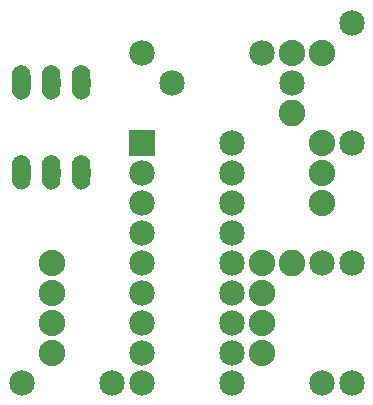
<source format=gbs>
G04 MADE WITH FRITZING*
G04 WWW.FRITZING.ORG*
G04 DOUBLE SIDED*
G04 HOLES PLATED*
G04 CONTOUR ON CENTER OF CONTOUR VECTOR*
%ASAXBY*%
%FSLAX23Y23*%
%MOIN*%
%OFA0B0*%
%SFA1.0B1.0*%
%ADD10C,0.085000*%
%ADD11C,0.088000*%
%ADD12C,0.062000*%
%ADD13C,0.088740*%
%ADD14R,0.085000X0.085000*%
%ADD15R,0.001000X0.001000*%
%LNMASK0*%
G90*
G70*
G54D10*
X518Y1117D03*
X818Y1117D03*
X518Y1017D03*
X818Y1017D03*
X518Y917D03*
X818Y917D03*
X518Y817D03*
X818Y817D03*
X518Y717D03*
X818Y717D03*
X518Y617D03*
X818Y617D03*
X518Y517D03*
X818Y517D03*
X518Y417D03*
X818Y417D03*
X1018Y1217D03*
X1018Y717D03*
X518Y317D03*
X818Y317D03*
G54D11*
X1118Y917D03*
X1118Y1017D03*
X1118Y1117D03*
X918Y417D03*
X918Y517D03*
X918Y617D03*
X918Y717D03*
X218Y417D03*
X218Y517D03*
X218Y617D03*
X218Y717D03*
G54D10*
X1218Y1117D03*
X1218Y1517D03*
X1218Y717D03*
X1218Y317D03*
X1118Y717D03*
X1118Y317D03*
G54D12*
X118Y1017D03*
X218Y1017D03*
X218Y1317D03*
X118Y1317D03*
X218Y1017D03*
X318Y1017D03*
X318Y1317D03*
X218Y1317D03*
G54D10*
X518Y1417D03*
X918Y1417D03*
X618Y1317D03*
X1018Y1317D03*
X118Y317D03*
X418Y317D03*
G54D11*
X1018Y1417D03*
X1118Y1417D03*
G54D13*
X1018Y1217D03*
X1018Y717D03*
G54D14*
X518Y1117D03*
G54D15*
X111Y1374D02*
X123Y1374D01*
X211Y1374D02*
X223Y1374D01*
X311Y1374D02*
X323Y1374D01*
X107Y1373D02*
X127Y1373D01*
X207Y1373D02*
X227Y1373D01*
X307Y1373D02*
X326Y1373D01*
X105Y1372D02*
X129Y1372D01*
X205Y1372D02*
X229Y1372D01*
X305Y1372D02*
X329Y1372D01*
X103Y1371D02*
X131Y1371D01*
X203Y1371D02*
X231Y1371D01*
X303Y1371D02*
X331Y1371D01*
X101Y1370D02*
X133Y1370D01*
X201Y1370D02*
X233Y1370D01*
X301Y1370D02*
X333Y1370D01*
X100Y1369D02*
X134Y1369D01*
X200Y1369D02*
X234Y1369D01*
X300Y1369D02*
X334Y1369D01*
X98Y1368D02*
X136Y1368D01*
X198Y1368D02*
X236Y1368D01*
X298Y1368D02*
X336Y1368D01*
X97Y1367D02*
X137Y1367D01*
X197Y1367D02*
X237Y1367D01*
X297Y1367D02*
X337Y1367D01*
X96Y1366D02*
X138Y1366D01*
X196Y1366D02*
X238Y1366D01*
X296Y1366D02*
X338Y1366D01*
X95Y1365D02*
X139Y1365D01*
X195Y1365D02*
X239Y1365D01*
X295Y1365D02*
X339Y1365D01*
X94Y1364D02*
X140Y1364D01*
X194Y1364D02*
X240Y1364D01*
X294Y1364D02*
X340Y1364D01*
X93Y1363D02*
X141Y1363D01*
X193Y1363D02*
X241Y1363D01*
X293Y1363D02*
X341Y1363D01*
X93Y1362D02*
X142Y1362D01*
X192Y1362D02*
X241Y1362D01*
X292Y1362D02*
X341Y1362D01*
X92Y1361D02*
X142Y1361D01*
X192Y1361D02*
X242Y1361D01*
X292Y1361D02*
X342Y1361D01*
X91Y1360D02*
X143Y1360D01*
X191Y1360D02*
X243Y1360D01*
X291Y1360D02*
X343Y1360D01*
X91Y1359D02*
X143Y1359D01*
X191Y1359D02*
X243Y1359D01*
X291Y1359D02*
X343Y1359D01*
X90Y1358D02*
X144Y1358D01*
X190Y1358D02*
X244Y1358D01*
X290Y1358D02*
X344Y1358D01*
X90Y1357D02*
X144Y1357D01*
X190Y1357D02*
X244Y1357D01*
X290Y1357D02*
X344Y1357D01*
X89Y1356D02*
X145Y1356D01*
X189Y1356D02*
X245Y1356D01*
X289Y1356D02*
X345Y1356D01*
X89Y1355D02*
X145Y1355D01*
X189Y1355D02*
X245Y1355D01*
X289Y1355D02*
X345Y1355D01*
X88Y1354D02*
X146Y1354D01*
X188Y1354D02*
X246Y1354D01*
X288Y1354D02*
X346Y1354D01*
X88Y1353D02*
X146Y1353D01*
X188Y1353D02*
X246Y1353D01*
X288Y1353D02*
X346Y1353D01*
X88Y1352D02*
X146Y1352D01*
X188Y1352D02*
X246Y1352D01*
X288Y1352D02*
X346Y1352D01*
X87Y1351D02*
X147Y1351D01*
X187Y1351D02*
X247Y1351D01*
X287Y1351D02*
X347Y1351D01*
X87Y1350D02*
X147Y1350D01*
X187Y1350D02*
X247Y1350D01*
X287Y1350D02*
X347Y1350D01*
X87Y1349D02*
X147Y1349D01*
X187Y1349D02*
X247Y1349D01*
X287Y1349D02*
X347Y1349D01*
X87Y1348D02*
X147Y1348D01*
X187Y1348D02*
X247Y1348D01*
X287Y1348D02*
X347Y1348D01*
X87Y1347D02*
X147Y1347D01*
X187Y1347D02*
X247Y1347D01*
X287Y1347D02*
X347Y1347D01*
X87Y1346D02*
X147Y1346D01*
X187Y1346D02*
X247Y1346D01*
X287Y1346D02*
X347Y1346D01*
X87Y1345D02*
X147Y1345D01*
X187Y1345D02*
X247Y1345D01*
X287Y1345D02*
X347Y1345D01*
X87Y1344D02*
X147Y1344D01*
X187Y1344D02*
X247Y1344D01*
X286Y1344D02*
X347Y1344D01*
X87Y1343D02*
X148Y1343D01*
X186Y1343D02*
X247Y1343D01*
X286Y1343D02*
X347Y1343D01*
X87Y1342D02*
X148Y1342D01*
X186Y1342D02*
X247Y1342D01*
X286Y1342D02*
X347Y1342D01*
X87Y1341D02*
X148Y1341D01*
X186Y1341D02*
X247Y1341D01*
X286Y1341D02*
X347Y1341D01*
X87Y1340D02*
X148Y1340D01*
X186Y1340D02*
X247Y1340D01*
X286Y1340D02*
X347Y1340D01*
X87Y1339D02*
X148Y1339D01*
X186Y1339D02*
X247Y1339D01*
X286Y1339D02*
X347Y1339D01*
X87Y1338D02*
X148Y1338D01*
X186Y1338D02*
X247Y1338D01*
X286Y1338D02*
X347Y1338D01*
X87Y1337D02*
X148Y1337D01*
X186Y1337D02*
X247Y1337D01*
X286Y1337D02*
X347Y1337D01*
X87Y1336D02*
X148Y1336D01*
X186Y1336D02*
X247Y1336D01*
X286Y1336D02*
X347Y1336D01*
X87Y1335D02*
X148Y1335D01*
X186Y1335D02*
X247Y1335D01*
X286Y1335D02*
X347Y1335D01*
X87Y1334D02*
X148Y1334D01*
X186Y1334D02*
X247Y1334D01*
X286Y1334D02*
X347Y1334D01*
X87Y1333D02*
X148Y1333D01*
X186Y1333D02*
X247Y1333D01*
X286Y1333D02*
X347Y1333D01*
X87Y1332D02*
X148Y1332D01*
X186Y1332D02*
X247Y1332D01*
X286Y1332D02*
X347Y1332D01*
X87Y1331D02*
X148Y1331D01*
X186Y1331D02*
X247Y1331D01*
X286Y1331D02*
X347Y1331D01*
X87Y1330D02*
X148Y1330D01*
X186Y1330D02*
X247Y1330D01*
X286Y1330D02*
X347Y1330D01*
X87Y1329D02*
X148Y1329D01*
X186Y1329D02*
X247Y1329D01*
X286Y1329D02*
X347Y1329D01*
X87Y1328D02*
X112Y1328D01*
X122Y1328D02*
X148Y1328D01*
X186Y1328D02*
X212Y1328D01*
X222Y1328D02*
X247Y1328D01*
X286Y1328D02*
X312Y1328D01*
X322Y1328D02*
X347Y1328D01*
X87Y1327D02*
X110Y1327D01*
X124Y1327D02*
X148Y1327D01*
X186Y1327D02*
X210Y1327D01*
X224Y1327D02*
X247Y1327D01*
X286Y1327D02*
X310Y1327D01*
X324Y1327D02*
X347Y1327D01*
X87Y1326D02*
X109Y1326D01*
X125Y1326D02*
X148Y1326D01*
X186Y1326D02*
X209Y1326D01*
X225Y1326D02*
X247Y1326D01*
X286Y1326D02*
X309Y1326D01*
X325Y1326D02*
X347Y1326D01*
X87Y1325D02*
X108Y1325D01*
X126Y1325D02*
X148Y1325D01*
X186Y1325D02*
X208Y1325D01*
X226Y1325D02*
X247Y1325D01*
X286Y1325D02*
X308Y1325D01*
X326Y1325D02*
X347Y1325D01*
X87Y1324D02*
X107Y1324D01*
X127Y1324D02*
X148Y1324D01*
X186Y1324D02*
X207Y1324D01*
X227Y1324D02*
X247Y1324D01*
X286Y1324D02*
X307Y1324D01*
X327Y1324D02*
X347Y1324D01*
X87Y1323D02*
X107Y1323D01*
X127Y1323D02*
X148Y1323D01*
X186Y1323D02*
X207Y1323D01*
X227Y1323D02*
X247Y1323D01*
X286Y1323D02*
X307Y1323D01*
X327Y1323D02*
X347Y1323D01*
X87Y1322D02*
X106Y1322D01*
X128Y1322D02*
X148Y1322D01*
X186Y1322D02*
X206Y1322D01*
X228Y1322D02*
X247Y1322D01*
X286Y1322D02*
X306Y1322D01*
X328Y1322D02*
X347Y1322D01*
X87Y1321D02*
X106Y1321D01*
X128Y1321D02*
X148Y1321D01*
X186Y1321D02*
X206Y1321D01*
X228Y1321D02*
X247Y1321D01*
X286Y1321D02*
X306Y1321D01*
X328Y1321D02*
X347Y1321D01*
X87Y1320D02*
X106Y1320D01*
X128Y1320D02*
X148Y1320D01*
X186Y1320D02*
X206Y1320D01*
X228Y1320D02*
X247Y1320D01*
X286Y1320D02*
X306Y1320D01*
X328Y1320D02*
X347Y1320D01*
X87Y1319D02*
X106Y1319D01*
X128Y1319D02*
X148Y1319D01*
X186Y1319D02*
X206Y1319D01*
X228Y1319D02*
X247Y1319D01*
X286Y1319D02*
X306Y1319D01*
X328Y1319D02*
X347Y1319D01*
X87Y1318D02*
X106Y1318D01*
X128Y1318D02*
X148Y1318D01*
X186Y1318D02*
X206Y1318D01*
X228Y1318D02*
X247Y1318D01*
X286Y1318D02*
X305Y1318D01*
X328Y1318D02*
X347Y1318D01*
X87Y1317D02*
X106Y1317D01*
X128Y1317D02*
X148Y1317D01*
X186Y1317D02*
X206Y1317D01*
X228Y1317D02*
X247Y1317D01*
X286Y1317D02*
X306Y1317D01*
X328Y1317D02*
X347Y1317D01*
X87Y1316D02*
X106Y1316D01*
X128Y1316D02*
X148Y1316D01*
X186Y1316D02*
X206Y1316D01*
X228Y1316D02*
X247Y1316D01*
X286Y1316D02*
X306Y1316D01*
X328Y1316D02*
X347Y1316D01*
X87Y1315D02*
X106Y1315D01*
X128Y1315D02*
X148Y1315D01*
X186Y1315D02*
X206Y1315D01*
X228Y1315D02*
X247Y1315D01*
X286Y1315D02*
X306Y1315D01*
X328Y1315D02*
X347Y1315D01*
X87Y1314D02*
X106Y1314D01*
X128Y1314D02*
X148Y1314D01*
X186Y1314D02*
X206Y1314D01*
X228Y1314D02*
X247Y1314D01*
X286Y1314D02*
X306Y1314D01*
X328Y1314D02*
X347Y1314D01*
X87Y1313D02*
X107Y1313D01*
X127Y1313D02*
X148Y1313D01*
X186Y1313D02*
X207Y1313D01*
X227Y1313D02*
X247Y1313D01*
X286Y1313D02*
X307Y1313D01*
X327Y1313D02*
X347Y1313D01*
X87Y1312D02*
X107Y1312D01*
X127Y1312D02*
X148Y1312D01*
X186Y1312D02*
X207Y1312D01*
X227Y1312D02*
X247Y1312D01*
X286Y1312D02*
X307Y1312D01*
X327Y1312D02*
X347Y1312D01*
X87Y1311D02*
X108Y1311D01*
X126Y1311D02*
X148Y1311D01*
X186Y1311D02*
X208Y1311D01*
X226Y1311D02*
X247Y1311D01*
X286Y1311D02*
X308Y1311D01*
X326Y1311D02*
X347Y1311D01*
X87Y1310D02*
X109Y1310D01*
X125Y1310D02*
X148Y1310D01*
X186Y1310D02*
X209Y1310D01*
X225Y1310D02*
X247Y1310D01*
X286Y1310D02*
X309Y1310D01*
X325Y1310D02*
X347Y1310D01*
X87Y1309D02*
X110Y1309D01*
X124Y1309D02*
X148Y1309D01*
X186Y1309D02*
X210Y1309D01*
X224Y1309D02*
X247Y1309D01*
X286Y1309D02*
X310Y1309D01*
X324Y1309D02*
X347Y1309D01*
X87Y1308D02*
X111Y1308D01*
X123Y1308D02*
X148Y1308D01*
X186Y1308D02*
X211Y1308D01*
X223Y1308D02*
X247Y1308D01*
X286Y1308D02*
X311Y1308D01*
X323Y1308D02*
X347Y1308D01*
X87Y1307D02*
X114Y1307D01*
X120Y1307D02*
X148Y1307D01*
X186Y1307D02*
X214Y1307D01*
X220Y1307D02*
X247Y1307D01*
X286Y1307D02*
X314Y1307D01*
X320Y1307D02*
X347Y1307D01*
X87Y1306D02*
X148Y1306D01*
X186Y1306D02*
X247Y1306D01*
X286Y1306D02*
X347Y1306D01*
X87Y1305D02*
X148Y1305D01*
X186Y1305D02*
X247Y1305D01*
X286Y1305D02*
X347Y1305D01*
X87Y1304D02*
X148Y1304D01*
X186Y1304D02*
X247Y1304D01*
X286Y1304D02*
X347Y1304D01*
X87Y1303D02*
X148Y1303D01*
X186Y1303D02*
X247Y1303D01*
X286Y1303D02*
X347Y1303D01*
X87Y1302D02*
X148Y1302D01*
X186Y1302D02*
X247Y1302D01*
X286Y1302D02*
X347Y1302D01*
X87Y1301D02*
X148Y1301D01*
X186Y1301D02*
X247Y1301D01*
X286Y1301D02*
X347Y1301D01*
X87Y1300D02*
X148Y1300D01*
X186Y1300D02*
X247Y1300D01*
X286Y1300D02*
X347Y1300D01*
X87Y1299D02*
X148Y1299D01*
X186Y1299D02*
X247Y1299D01*
X286Y1299D02*
X347Y1299D01*
X87Y1298D02*
X148Y1298D01*
X186Y1298D02*
X247Y1298D01*
X286Y1298D02*
X347Y1298D01*
X87Y1297D02*
X148Y1297D01*
X186Y1297D02*
X247Y1297D01*
X286Y1297D02*
X347Y1297D01*
X87Y1296D02*
X148Y1296D01*
X186Y1296D02*
X247Y1296D01*
X286Y1296D02*
X347Y1296D01*
X87Y1295D02*
X148Y1295D01*
X186Y1295D02*
X247Y1295D01*
X286Y1295D02*
X347Y1295D01*
X87Y1294D02*
X148Y1294D01*
X186Y1294D02*
X247Y1294D01*
X286Y1294D02*
X347Y1294D01*
X87Y1293D02*
X148Y1293D01*
X186Y1293D02*
X247Y1293D01*
X286Y1293D02*
X347Y1293D01*
X87Y1292D02*
X148Y1292D01*
X186Y1292D02*
X247Y1292D01*
X286Y1292D02*
X347Y1292D01*
X87Y1291D02*
X147Y1291D01*
X187Y1291D02*
X247Y1291D01*
X287Y1291D02*
X347Y1291D01*
X87Y1290D02*
X147Y1290D01*
X187Y1290D02*
X247Y1290D01*
X287Y1290D02*
X347Y1290D01*
X87Y1289D02*
X147Y1289D01*
X187Y1289D02*
X247Y1289D01*
X287Y1289D02*
X347Y1289D01*
X87Y1288D02*
X147Y1288D01*
X187Y1288D02*
X247Y1288D01*
X287Y1288D02*
X347Y1288D01*
X87Y1287D02*
X147Y1287D01*
X187Y1287D02*
X247Y1287D01*
X287Y1287D02*
X347Y1287D01*
X87Y1286D02*
X147Y1286D01*
X187Y1286D02*
X247Y1286D01*
X287Y1286D02*
X347Y1286D01*
X87Y1285D02*
X147Y1285D01*
X187Y1285D02*
X247Y1285D01*
X287Y1285D02*
X347Y1285D01*
X88Y1284D02*
X146Y1284D01*
X188Y1284D02*
X246Y1284D01*
X288Y1284D02*
X346Y1284D01*
X88Y1283D02*
X146Y1283D01*
X188Y1283D02*
X246Y1283D01*
X288Y1283D02*
X346Y1283D01*
X88Y1282D02*
X146Y1282D01*
X188Y1282D02*
X246Y1282D01*
X288Y1282D02*
X346Y1282D01*
X89Y1281D02*
X145Y1281D01*
X189Y1281D02*
X245Y1281D01*
X289Y1281D02*
X345Y1281D01*
X89Y1280D02*
X145Y1280D01*
X189Y1280D02*
X245Y1280D01*
X289Y1280D02*
X345Y1280D01*
X89Y1279D02*
X145Y1279D01*
X189Y1279D02*
X245Y1279D01*
X289Y1279D02*
X345Y1279D01*
X90Y1278D02*
X144Y1278D01*
X190Y1278D02*
X244Y1278D01*
X290Y1278D02*
X344Y1278D01*
X90Y1277D02*
X144Y1277D01*
X190Y1277D02*
X244Y1277D01*
X290Y1277D02*
X344Y1277D01*
X91Y1276D02*
X143Y1276D01*
X191Y1276D02*
X243Y1276D01*
X291Y1276D02*
X343Y1276D01*
X92Y1275D02*
X142Y1275D01*
X192Y1275D02*
X242Y1275D01*
X292Y1275D02*
X342Y1275D01*
X92Y1274D02*
X142Y1274D01*
X192Y1274D02*
X242Y1274D01*
X292Y1274D02*
X342Y1274D01*
X93Y1273D02*
X141Y1273D01*
X193Y1273D02*
X241Y1273D01*
X293Y1273D02*
X341Y1273D01*
X94Y1272D02*
X140Y1272D01*
X194Y1272D02*
X240Y1272D01*
X294Y1272D02*
X340Y1272D01*
X95Y1271D02*
X139Y1271D01*
X195Y1271D02*
X239Y1271D01*
X295Y1271D02*
X339Y1271D01*
X95Y1270D02*
X139Y1270D01*
X195Y1270D02*
X239Y1270D01*
X295Y1270D02*
X338Y1270D01*
X97Y1269D02*
X137Y1269D01*
X197Y1269D02*
X237Y1269D01*
X297Y1269D02*
X337Y1269D01*
X98Y1268D02*
X136Y1268D01*
X198Y1268D02*
X236Y1268D01*
X298Y1268D02*
X336Y1268D01*
X99Y1267D02*
X135Y1267D01*
X199Y1267D02*
X235Y1267D01*
X299Y1267D02*
X335Y1267D01*
X100Y1266D02*
X134Y1266D01*
X200Y1266D02*
X234Y1266D01*
X300Y1266D02*
X334Y1266D01*
X102Y1265D02*
X132Y1265D01*
X202Y1265D02*
X232Y1265D01*
X302Y1265D02*
X332Y1265D01*
X104Y1264D02*
X130Y1264D01*
X204Y1264D02*
X230Y1264D01*
X304Y1264D02*
X330Y1264D01*
X106Y1263D02*
X128Y1263D01*
X206Y1263D02*
X228Y1263D01*
X306Y1263D02*
X328Y1263D01*
X109Y1262D02*
X125Y1262D01*
X209Y1262D02*
X225Y1262D01*
X309Y1262D02*
X325Y1262D01*
X114Y1261D02*
X120Y1261D01*
X214Y1261D02*
X220Y1261D01*
X314Y1261D02*
X320Y1261D01*
X111Y1074D02*
X123Y1074D01*
X211Y1074D02*
X223Y1074D01*
X311Y1074D02*
X323Y1074D01*
X107Y1073D02*
X127Y1073D01*
X207Y1073D02*
X227Y1073D01*
X307Y1073D02*
X327Y1073D01*
X105Y1072D02*
X129Y1072D01*
X205Y1072D02*
X229Y1072D01*
X305Y1072D02*
X329Y1072D01*
X103Y1071D02*
X131Y1071D01*
X203Y1071D02*
X231Y1071D01*
X303Y1071D02*
X331Y1071D01*
X101Y1070D02*
X133Y1070D01*
X201Y1070D02*
X233Y1070D01*
X301Y1070D02*
X333Y1070D01*
X100Y1069D02*
X134Y1069D01*
X200Y1069D02*
X234Y1069D01*
X299Y1069D02*
X334Y1069D01*
X98Y1068D02*
X136Y1068D01*
X198Y1068D02*
X236Y1068D01*
X298Y1068D02*
X336Y1068D01*
X97Y1067D02*
X137Y1067D01*
X197Y1067D02*
X237Y1067D01*
X297Y1067D02*
X337Y1067D01*
X96Y1066D02*
X138Y1066D01*
X196Y1066D02*
X238Y1066D01*
X296Y1066D02*
X338Y1066D01*
X95Y1065D02*
X139Y1065D01*
X195Y1065D02*
X239Y1065D01*
X295Y1065D02*
X339Y1065D01*
X94Y1064D02*
X140Y1064D01*
X194Y1064D02*
X240Y1064D01*
X294Y1064D02*
X340Y1064D01*
X93Y1063D02*
X141Y1063D01*
X193Y1063D02*
X241Y1063D01*
X293Y1063D02*
X341Y1063D01*
X92Y1062D02*
X142Y1062D01*
X192Y1062D02*
X242Y1062D01*
X292Y1062D02*
X341Y1062D01*
X92Y1061D02*
X142Y1061D01*
X192Y1061D02*
X242Y1061D01*
X292Y1061D02*
X342Y1061D01*
X91Y1060D02*
X143Y1060D01*
X191Y1060D02*
X243Y1060D01*
X291Y1060D02*
X343Y1060D01*
X91Y1059D02*
X143Y1059D01*
X191Y1059D02*
X243Y1059D01*
X291Y1059D02*
X343Y1059D01*
X90Y1058D02*
X144Y1058D01*
X190Y1058D02*
X244Y1058D01*
X290Y1058D02*
X344Y1058D01*
X90Y1057D02*
X144Y1057D01*
X190Y1057D02*
X244Y1057D01*
X290Y1057D02*
X344Y1057D01*
X89Y1056D02*
X145Y1056D01*
X189Y1056D02*
X245Y1056D01*
X289Y1056D02*
X345Y1056D01*
X89Y1055D02*
X145Y1055D01*
X189Y1055D02*
X245Y1055D01*
X289Y1055D02*
X345Y1055D01*
X88Y1054D02*
X146Y1054D01*
X188Y1054D02*
X246Y1054D01*
X288Y1054D02*
X346Y1054D01*
X88Y1053D02*
X146Y1053D01*
X188Y1053D02*
X246Y1053D01*
X288Y1053D02*
X346Y1053D01*
X88Y1052D02*
X146Y1052D01*
X188Y1052D02*
X246Y1052D01*
X288Y1052D02*
X346Y1052D01*
X87Y1051D02*
X147Y1051D01*
X187Y1051D02*
X247Y1051D01*
X287Y1051D02*
X347Y1051D01*
X87Y1050D02*
X147Y1050D01*
X187Y1050D02*
X247Y1050D01*
X287Y1050D02*
X347Y1050D01*
X87Y1049D02*
X147Y1049D01*
X187Y1049D02*
X247Y1049D01*
X287Y1049D02*
X347Y1049D01*
X87Y1048D02*
X147Y1048D01*
X187Y1048D02*
X247Y1048D01*
X287Y1048D02*
X347Y1048D01*
X87Y1047D02*
X147Y1047D01*
X187Y1047D02*
X247Y1047D01*
X287Y1047D02*
X347Y1047D01*
X87Y1046D02*
X147Y1046D01*
X187Y1046D02*
X247Y1046D01*
X287Y1046D02*
X347Y1046D01*
X87Y1045D02*
X147Y1045D01*
X187Y1045D02*
X247Y1045D01*
X287Y1045D02*
X347Y1045D01*
X87Y1044D02*
X147Y1044D01*
X187Y1044D02*
X247Y1044D01*
X286Y1044D02*
X347Y1044D01*
X87Y1043D02*
X148Y1043D01*
X186Y1043D02*
X247Y1043D01*
X286Y1043D02*
X347Y1043D01*
X87Y1042D02*
X148Y1042D01*
X186Y1042D02*
X247Y1042D01*
X286Y1042D02*
X347Y1042D01*
X87Y1041D02*
X148Y1041D01*
X186Y1041D02*
X247Y1041D01*
X286Y1041D02*
X347Y1041D01*
X87Y1040D02*
X148Y1040D01*
X186Y1040D02*
X247Y1040D01*
X286Y1040D02*
X347Y1040D01*
X87Y1039D02*
X148Y1039D01*
X186Y1039D02*
X247Y1039D01*
X286Y1039D02*
X347Y1039D01*
X87Y1038D02*
X148Y1038D01*
X186Y1038D02*
X247Y1038D01*
X286Y1038D02*
X347Y1038D01*
X87Y1037D02*
X148Y1037D01*
X186Y1037D02*
X247Y1037D01*
X286Y1037D02*
X347Y1037D01*
X87Y1036D02*
X148Y1036D01*
X186Y1036D02*
X247Y1036D01*
X286Y1036D02*
X347Y1036D01*
X87Y1035D02*
X148Y1035D01*
X186Y1035D02*
X247Y1035D01*
X286Y1035D02*
X347Y1035D01*
X87Y1034D02*
X148Y1034D01*
X186Y1034D02*
X247Y1034D01*
X286Y1034D02*
X347Y1034D01*
X87Y1033D02*
X148Y1033D01*
X186Y1033D02*
X247Y1033D01*
X286Y1033D02*
X347Y1033D01*
X87Y1032D02*
X148Y1032D01*
X186Y1032D02*
X247Y1032D01*
X286Y1032D02*
X347Y1032D01*
X87Y1031D02*
X148Y1031D01*
X186Y1031D02*
X247Y1031D01*
X286Y1031D02*
X347Y1031D01*
X87Y1030D02*
X148Y1030D01*
X186Y1030D02*
X247Y1030D01*
X286Y1030D02*
X347Y1030D01*
X87Y1029D02*
X148Y1029D01*
X186Y1029D02*
X247Y1029D01*
X286Y1029D02*
X347Y1029D01*
X87Y1028D02*
X112Y1028D01*
X122Y1028D02*
X148Y1028D01*
X186Y1028D02*
X212Y1028D01*
X222Y1028D02*
X247Y1028D01*
X286Y1028D02*
X312Y1028D01*
X322Y1028D02*
X347Y1028D01*
X87Y1027D02*
X110Y1027D01*
X124Y1027D02*
X148Y1027D01*
X186Y1027D02*
X210Y1027D01*
X224Y1027D02*
X247Y1027D01*
X286Y1027D02*
X310Y1027D01*
X324Y1027D02*
X347Y1027D01*
X87Y1026D02*
X109Y1026D01*
X125Y1026D02*
X148Y1026D01*
X186Y1026D02*
X209Y1026D01*
X225Y1026D02*
X247Y1026D01*
X286Y1026D02*
X309Y1026D01*
X325Y1026D02*
X347Y1026D01*
X87Y1025D02*
X108Y1025D01*
X126Y1025D02*
X148Y1025D01*
X186Y1025D02*
X208Y1025D01*
X226Y1025D02*
X247Y1025D01*
X286Y1025D02*
X308Y1025D01*
X326Y1025D02*
X347Y1025D01*
X87Y1024D02*
X107Y1024D01*
X127Y1024D02*
X148Y1024D01*
X186Y1024D02*
X207Y1024D01*
X227Y1024D02*
X247Y1024D01*
X286Y1024D02*
X307Y1024D01*
X327Y1024D02*
X347Y1024D01*
X87Y1023D02*
X107Y1023D01*
X127Y1023D02*
X148Y1023D01*
X186Y1023D02*
X207Y1023D01*
X227Y1023D02*
X247Y1023D01*
X286Y1023D02*
X307Y1023D01*
X327Y1023D02*
X347Y1023D01*
X87Y1022D02*
X106Y1022D01*
X128Y1022D02*
X148Y1022D01*
X186Y1022D02*
X206Y1022D01*
X228Y1022D02*
X247Y1022D01*
X286Y1022D02*
X306Y1022D01*
X328Y1022D02*
X347Y1022D01*
X87Y1021D02*
X106Y1021D01*
X128Y1021D02*
X148Y1021D01*
X186Y1021D02*
X206Y1021D01*
X228Y1021D02*
X247Y1021D01*
X286Y1021D02*
X306Y1021D01*
X328Y1021D02*
X347Y1021D01*
X87Y1020D02*
X106Y1020D01*
X128Y1020D02*
X148Y1020D01*
X186Y1020D02*
X206Y1020D01*
X228Y1020D02*
X247Y1020D01*
X286Y1020D02*
X306Y1020D01*
X328Y1020D02*
X347Y1020D01*
X87Y1019D02*
X106Y1019D01*
X128Y1019D02*
X148Y1019D01*
X186Y1019D02*
X206Y1019D01*
X228Y1019D02*
X247Y1019D01*
X286Y1019D02*
X306Y1019D01*
X328Y1019D02*
X347Y1019D01*
X87Y1018D02*
X106Y1018D01*
X128Y1018D02*
X148Y1018D01*
X186Y1018D02*
X206Y1018D01*
X228Y1018D02*
X247Y1018D01*
X286Y1018D02*
X305Y1018D01*
X328Y1018D02*
X347Y1018D01*
X87Y1017D02*
X106Y1017D01*
X128Y1017D02*
X148Y1017D01*
X186Y1017D02*
X206Y1017D01*
X228Y1017D02*
X247Y1017D01*
X286Y1017D02*
X306Y1017D01*
X328Y1017D02*
X347Y1017D01*
X87Y1016D02*
X106Y1016D01*
X128Y1016D02*
X148Y1016D01*
X186Y1016D02*
X206Y1016D01*
X228Y1016D02*
X247Y1016D01*
X286Y1016D02*
X306Y1016D01*
X328Y1016D02*
X347Y1016D01*
X87Y1015D02*
X106Y1015D01*
X128Y1015D02*
X148Y1015D01*
X186Y1015D02*
X206Y1015D01*
X228Y1015D02*
X247Y1015D01*
X286Y1015D02*
X306Y1015D01*
X328Y1015D02*
X347Y1015D01*
X87Y1014D02*
X106Y1014D01*
X128Y1014D02*
X148Y1014D01*
X186Y1014D02*
X206Y1014D01*
X228Y1014D02*
X247Y1014D01*
X286Y1014D02*
X306Y1014D01*
X328Y1014D02*
X347Y1014D01*
X87Y1013D02*
X107Y1013D01*
X127Y1013D02*
X148Y1013D01*
X186Y1013D02*
X207Y1013D01*
X227Y1013D02*
X247Y1013D01*
X286Y1013D02*
X307Y1013D01*
X327Y1013D02*
X347Y1013D01*
X87Y1012D02*
X107Y1012D01*
X127Y1012D02*
X148Y1012D01*
X186Y1012D02*
X207Y1012D01*
X227Y1012D02*
X247Y1012D01*
X286Y1012D02*
X307Y1012D01*
X327Y1012D02*
X347Y1012D01*
X87Y1011D02*
X108Y1011D01*
X126Y1011D02*
X148Y1011D01*
X186Y1011D02*
X208Y1011D01*
X226Y1011D02*
X247Y1011D01*
X286Y1011D02*
X308Y1011D01*
X326Y1011D02*
X347Y1011D01*
X87Y1010D02*
X109Y1010D01*
X125Y1010D02*
X148Y1010D01*
X186Y1010D02*
X209Y1010D01*
X225Y1010D02*
X247Y1010D01*
X286Y1010D02*
X309Y1010D01*
X325Y1010D02*
X347Y1010D01*
X87Y1009D02*
X110Y1009D01*
X124Y1009D02*
X148Y1009D01*
X186Y1009D02*
X210Y1009D01*
X224Y1009D02*
X247Y1009D01*
X286Y1009D02*
X310Y1009D01*
X324Y1009D02*
X347Y1009D01*
X87Y1008D02*
X111Y1008D01*
X123Y1008D02*
X148Y1008D01*
X186Y1008D02*
X211Y1008D01*
X223Y1008D02*
X247Y1008D01*
X286Y1008D02*
X311Y1008D01*
X322Y1008D02*
X347Y1008D01*
X87Y1007D02*
X115Y1007D01*
X120Y1007D02*
X148Y1007D01*
X186Y1007D02*
X214Y1007D01*
X219Y1007D02*
X247Y1007D01*
X286Y1007D02*
X314Y1007D01*
X319Y1007D02*
X347Y1007D01*
X87Y1006D02*
X148Y1006D01*
X186Y1006D02*
X247Y1006D01*
X286Y1006D02*
X347Y1006D01*
X87Y1005D02*
X148Y1005D01*
X186Y1005D02*
X247Y1005D01*
X286Y1005D02*
X347Y1005D01*
X87Y1004D02*
X148Y1004D01*
X186Y1004D02*
X247Y1004D01*
X286Y1004D02*
X347Y1004D01*
X87Y1003D02*
X148Y1003D01*
X186Y1003D02*
X247Y1003D01*
X286Y1003D02*
X347Y1003D01*
X87Y1002D02*
X148Y1002D01*
X186Y1002D02*
X247Y1002D01*
X286Y1002D02*
X347Y1002D01*
X87Y1001D02*
X148Y1001D01*
X186Y1001D02*
X247Y1001D01*
X286Y1001D02*
X347Y1001D01*
X87Y1000D02*
X148Y1000D01*
X186Y1000D02*
X247Y1000D01*
X286Y1000D02*
X347Y1000D01*
X87Y999D02*
X148Y999D01*
X186Y999D02*
X247Y999D01*
X286Y999D02*
X347Y999D01*
X87Y998D02*
X148Y998D01*
X186Y998D02*
X247Y998D01*
X286Y998D02*
X347Y998D01*
X87Y997D02*
X148Y997D01*
X186Y997D02*
X247Y997D01*
X286Y997D02*
X347Y997D01*
X87Y996D02*
X148Y996D01*
X186Y996D02*
X247Y996D01*
X286Y996D02*
X347Y996D01*
X87Y995D02*
X148Y995D01*
X186Y995D02*
X247Y995D01*
X286Y995D02*
X347Y995D01*
X87Y994D02*
X148Y994D01*
X186Y994D02*
X247Y994D01*
X286Y994D02*
X347Y994D01*
X87Y993D02*
X148Y993D01*
X186Y993D02*
X247Y993D01*
X286Y993D02*
X347Y993D01*
X87Y992D02*
X148Y992D01*
X186Y992D02*
X247Y992D01*
X286Y992D02*
X347Y992D01*
X87Y991D02*
X147Y991D01*
X187Y991D02*
X247Y991D01*
X287Y991D02*
X347Y991D01*
X87Y990D02*
X147Y990D01*
X187Y990D02*
X247Y990D01*
X287Y990D02*
X347Y990D01*
X87Y989D02*
X147Y989D01*
X187Y989D02*
X247Y989D01*
X287Y989D02*
X347Y989D01*
X87Y988D02*
X147Y988D01*
X187Y988D02*
X247Y988D01*
X287Y988D02*
X347Y988D01*
X87Y987D02*
X147Y987D01*
X187Y987D02*
X247Y987D01*
X287Y987D02*
X347Y987D01*
X87Y986D02*
X147Y986D01*
X187Y986D02*
X247Y986D01*
X287Y986D02*
X347Y986D01*
X87Y985D02*
X147Y985D01*
X187Y985D02*
X247Y985D01*
X287Y985D02*
X347Y985D01*
X88Y984D02*
X146Y984D01*
X188Y984D02*
X246Y984D01*
X288Y984D02*
X346Y984D01*
X88Y983D02*
X146Y983D01*
X188Y983D02*
X246Y983D01*
X288Y983D02*
X346Y983D01*
X88Y982D02*
X146Y982D01*
X188Y982D02*
X246Y982D01*
X288Y982D02*
X346Y982D01*
X89Y981D02*
X145Y981D01*
X189Y981D02*
X245Y981D01*
X289Y981D02*
X345Y981D01*
X89Y980D02*
X145Y980D01*
X189Y980D02*
X245Y980D01*
X289Y980D02*
X345Y980D01*
X89Y979D02*
X145Y979D01*
X189Y979D02*
X245Y979D01*
X289Y979D02*
X345Y979D01*
X90Y978D02*
X144Y978D01*
X190Y978D02*
X244Y978D01*
X290Y978D02*
X344Y978D01*
X90Y977D02*
X144Y977D01*
X190Y977D02*
X244Y977D01*
X290Y977D02*
X344Y977D01*
X91Y976D02*
X143Y976D01*
X191Y976D02*
X243Y976D01*
X291Y976D02*
X343Y976D01*
X92Y975D02*
X142Y975D01*
X192Y975D02*
X242Y975D01*
X292Y975D02*
X342Y975D01*
X92Y974D02*
X142Y974D01*
X192Y974D02*
X242Y974D01*
X292Y974D02*
X342Y974D01*
X93Y973D02*
X141Y973D01*
X193Y973D02*
X241Y973D01*
X293Y973D02*
X341Y973D01*
X94Y972D02*
X140Y972D01*
X194Y972D02*
X240Y972D01*
X294Y972D02*
X340Y972D01*
X95Y971D02*
X139Y971D01*
X195Y971D02*
X239Y971D01*
X295Y971D02*
X339Y971D01*
X96Y970D02*
X138Y970D01*
X196Y970D02*
X238Y970D01*
X295Y970D02*
X338Y970D01*
X97Y969D02*
X137Y969D01*
X197Y969D02*
X237Y969D01*
X297Y969D02*
X337Y969D01*
X98Y968D02*
X136Y968D01*
X198Y968D02*
X236Y968D01*
X298Y968D02*
X336Y968D01*
X99Y967D02*
X135Y967D01*
X199Y967D02*
X235Y967D01*
X299Y967D02*
X335Y967D01*
X100Y966D02*
X134Y966D01*
X200Y966D02*
X233Y966D01*
X300Y966D02*
X333Y966D01*
X102Y965D02*
X132Y965D01*
X202Y965D02*
X232Y965D01*
X302Y965D02*
X332Y965D01*
X104Y964D02*
X130Y964D01*
X204Y964D02*
X230Y964D01*
X304Y964D02*
X330Y964D01*
X106Y963D02*
X128Y963D01*
X206Y963D02*
X228Y963D01*
X306Y963D02*
X328Y963D01*
X109Y962D02*
X125Y962D01*
X209Y962D02*
X225Y962D01*
X309Y962D02*
X324Y962D01*
X115Y961D02*
X119Y961D01*
X214Y961D02*
X219Y961D01*
X314Y961D02*
X319Y961D01*
D02*
G04 End of Mask0*
M02*
</source>
